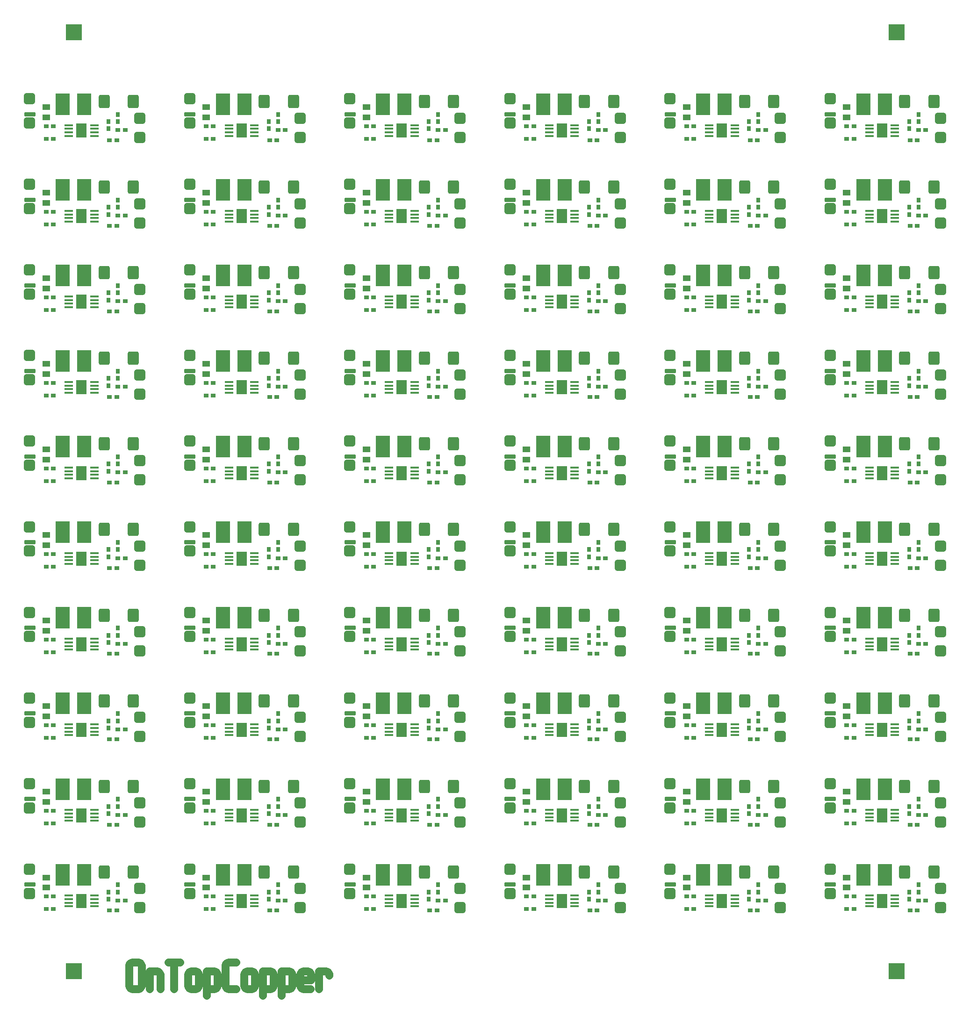
<source format=gbr>
G04 FreePCB MFC Application*
G04 Version: ÏëàòÔîðì 2.427*
G04 Author: niconson.com *
G04 WebSite: https://niconson.com/freepcb2 *
G04 Repositories: https://github.com/niconson *
G04 D:\Works\ÏëàòÔîðì íà ðóññêîì\Projects\Led\version-01\(wERRORS)CAM(Driver-01)(9-18-2025)\Driver-01.TML.gbr*

G04 Objects of panelization *
G04 âèä âåðõ layer *
G04 Scale: 100 percent, Rotated: No, Reflected: No *
%FSLAX26Y26*%
%MOIN*%
G04 âèä âåðõ *
G04 Rounded Rectangle Macro, params: W/2, H/2, R *
%AMRNDREC*
21,1,$1+$1,$2+$2-$3-$3,0,0,0*
21,1,$1+$1-$3-$3,$2+$2,0,0,0*
1,1,$3+$3,$1-$3,$2-$3*
1,1,$3+$3,$3-$1,$2-$3*
1,1,$3+$3,$1-$3,$3-$2*
1,1,$3+$3,$3-$1,$3-$2*%
G04 Rectangular Thermal Macro, params: W/4, H/4, TW/4, TC/4 *
%AMRECTHERM*
21,1,$1+$1-$3-$3-$4-$4,$2+$2-$3-$3-$4-$4-$4-$4,0-$1-$3-$4,0-$2-$3,0*
21,1,$1+$1-$3-$3-$4-$4-$4-$4,$2+$2-$3-$3-$4-$4,0-$1-$3,0-$2-$3-$4,0*
1,1,$4+$4+$4+$4,0-$1-$1+$4+$4,0-$2-$2+$4+$4*
1,1,$4+$4+$4+$4,0-$1-$1+$4+$4,0-$3-$3-$4-$4*
1,1,$4+$4+$4+$4,0-$3-$3-$4-$4,0-$2-$2+$4+$4*
21,1,$1+$1-$3-$3-$4-$4,$2+$2-$3-$3-$4-$4-$4-$4,0-$1-$3-$4,$2+$3,0*
21,1,$1+$1-$3-$3-$4-$4-$4-$4,$2+$2-$3-$3-$4-$4,0-$1-$3,$2+$3+$4,0*
1,1,$4+$4+$4+$4,0-$1-$1+$4+$4,$2+$2-$4-$4*
1,1,$4+$4+$4+$4,0-$1-$1+$4+$4,$3+$3+$4+$4*
1,1,$4+$4+$4+$4,0-$3-$3-$4-$4,$2+$2-$4-$4*
21,1,$1+$1-$3-$3-$4-$4,$2+$2-$3-$3-$4-$4-$4-$4,$1+$3+$4,0-$2-$3,0*
21,1,$1+$1-$3-$3-$4-$4-$4-$4,$2+$2-$3-$3-$4-$4,$1+$3,0-$2-$3-$4,0*
1,1,$4+$4+$4+$4,$1+$1-$4-$4,0-$2-$2+$4+$4*
1,1,$4+$4+$4+$4,$1+$1-$4-$4,0-$3-$3-$4-$4*
1,1,$4+$4+$4+$4,$3+$3+$4+$4,0-$2-$2+$4+$4*
21,1,$1+$1-$3-$3-$4-$4,$2+$2-$3-$3-$4-$4-$4-$4,$1+$3+$4,$2+$3,0*
21,1,$1+$1-$3-$3-$4-$4-$4-$4,$2+$2-$3-$3-$4-$4,$1+$3,$2+$3+$4,0*
1,1,$4+$4+$4+$4,$1+$1-$4-$4,$2+$2-$4-$4*
1,1,$4+$4+$4+$4,$1+$1-$4-$4,$3+$3+$4+$4*
1,1,$4+$4+$4+$4,$3+$3+$4+$4,$2+$2-$4-$4*%
%AMRECTHERM_45*
21,1,$1+$1+$1+$1,$2+$2+$2+$2-$4-$4-$4-$4-$4-$4-$4-$4-$4-$4-$3-$3,0,0,0*
21,1,$1+$1+$1+$1-$4-$4-$4-$4-$4-$4-$4-$4-$4-$4-$3-$3,$2+$2+$2+$2,0,0,0*
1,1,$4+$4+$4+$4,$1+$1-$4-$4,$2+$2-$4-$4-$4-$4-$4-$3*
1,1,$4+$4+$4+$4,$1+$1-$4-$4,0-$2-$2+$4+$4+$4+$4+$4+$3*
1,1,$4+$4+$4+$4,$1+$1-$4-$4-$4-$4-$4-$3,$2+$2-$4-$4*
1,1,$4+$4+$4+$4,0-$1-$1+$4+$4+$4+$4+$4+$3,$2+$2-$4-$4*
1,1,$4+$4+$4+$4,0-$1-$1+$4+$4,$2+$2-$4-$4-$4-$4-$4-$3*
1,1,$4+$4+$4+$4,0-$1-$1+$4+$4,0-$2-$2+$4+$4+$4+$4+$4+$3*
1,1,$4+$4+$4+$4,$1+$1-$4-$4-$4-$4-$4-$3,0-$2-$2+$4+$4*
1,1,$4+$4+$4+$4,0-$1-$1+$4+$4+$4+$4+$4+$3,0-$2-$2+$4+$4*%
%ADD10R,0.118110X0.118110*%
%ADD11C,0.056243*%
%ADD12C,0.010000*%
%ADD13R,0.035433X0.031496*%
%ADD14RNDREC,0.039370X0.039370X0.015748*%
%ADD15R,0.098425X0.157480*%
%ADD16R,0.062992X0.017717*%
%ADD17R,0.072835X0.098425*%
%ADD18C,0.019685*%
%ADD19R,0.031496X0.035433*%
%ADD20RNDREC,0.039000X0.047500X0.012000*%
%ADD21RNDREC,0.025591X0.019685X0.000000*%
%ADD22C,0.009000*%
G01*
G04 begin color: clBlack*
%LPD*%

G04 Objects of panelization *
D10*
X-590551Y-846456D03*
X5275590Y5846456D03*
X-590551Y5846456D03*
X5275590Y-846456D03*
D11*
X-196850Y-947300D02*
X-192550Y-960150D01*
X-192550Y-960150D02*
X-184000Y-968700D01*
X-184000Y-968700D02*
X-171150Y-973000D01*
X-171150Y-973000D02*
X-132650Y-973000D01*
X-132650Y-973000D02*
X-119800Y-968700D01*
X-119800Y-968700D02*
X-111250Y-960150D01*
X-111250Y-960150D02*
X-106950Y-947300D01*
X-106950Y-947300D02*
X-106950Y-806100D01*
X-106950Y-806100D02*
X-111250Y-793250D01*
X-111250Y-793250D02*
X-119800Y-784700D01*
X-119800Y-784700D02*
X-132650Y-780400D01*
X-132650Y-780400D02*
X-171150Y-780400D01*
X-171150Y-780400D02*
X-184000Y-784700D01*
X-184000Y-784700D02*
X-192550Y-793250D01*
X-192550Y-793250D02*
X-196850Y-806100D01*
X-196850Y-806100D02*
X-196850Y-947300D01*
X-50650Y-973000D02*
X-50650Y-844600D01*
X-50650Y-844600D02*
X650Y-844600D01*
X650Y-844600D02*
X13500Y-848900D01*
X13500Y-848900D02*
X22050Y-857450D01*
X22050Y-857450D02*
X26350Y-870250D01*
X26350Y-870250D02*
X26350Y-973000D01*
X125450Y-973000D02*
X125450Y-780400D01*
X82650Y-780400D02*
X168200Y-780400D01*
X224550Y-947300D02*
X228800Y-960150D01*
X228800Y-960150D02*
X237350Y-968700D01*
X237350Y-968700D02*
X250200Y-973000D01*
X250200Y-973000D02*
X275900Y-973000D01*
X275900Y-973000D02*
X288700Y-968700D01*
X288700Y-968700D02*
X297300Y-960150D01*
X297300Y-960150D02*
X301550Y-947300D01*
X301550Y-947300D02*
X301550Y-870250D01*
X301550Y-870250D02*
X297300Y-857450D01*
X297300Y-857450D02*
X288700Y-848900D01*
X288700Y-848900D02*
X275900Y-844600D01*
X275900Y-844600D02*
X250200Y-844600D01*
X250200Y-844600D02*
X237350Y-848900D01*
X237350Y-848900D02*
X228800Y-857450D01*
X228800Y-857450D02*
X224550Y-870250D01*
X224550Y-870250D02*
X224550Y-947300D01*
X357850Y-1020050D02*
X357850Y-844600D01*
X357850Y-844600D02*
X409200Y-844600D01*
X409200Y-844600D02*
X422050Y-848900D01*
X422050Y-848900D02*
X430600Y-857450D01*
X430600Y-857450D02*
X434900Y-870250D01*
X434900Y-870250D02*
X434900Y-947300D01*
X434900Y-947300D02*
X430600Y-960150D01*
X430600Y-960150D02*
X422050Y-968700D01*
X422050Y-968700D02*
X409200Y-973000D01*
X409200Y-973000D02*
X357850Y-973000D01*
X568250Y-973000D02*
X516850Y-973000D01*
X516850Y-973000D02*
X504050Y-968700D01*
X504050Y-968700D02*
X495500Y-960150D01*
X495500Y-960150D02*
X491200Y-947300D01*
X491200Y-947300D02*
X491200Y-806100D01*
X491200Y-806100D02*
X495500Y-793250D01*
X495500Y-793250D02*
X504050Y-784700D01*
X504050Y-784700D02*
X516850Y-780400D01*
X516850Y-780400D02*
X568250Y-780400D01*
X624550Y-947300D02*
X628800Y-960150D01*
X628800Y-960150D02*
X637350Y-968700D01*
X637350Y-968700D02*
X650200Y-973000D01*
X650200Y-973000D02*
X675900Y-973000D01*
X675900Y-973000D02*
X688700Y-968700D01*
X688700Y-968700D02*
X697300Y-960150D01*
X697300Y-960150D02*
X701550Y-947300D01*
X701550Y-947300D02*
X701550Y-870250D01*
X701550Y-870250D02*
X697300Y-857450D01*
X697300Y-857450D02*
X688700Y-848900D01*
X688700Y-848900D02*
X675900Y-844600D01*
X675900Y-844600D02*
X650200Y-844600D01*
X650200Y-844600D02*
X637350Y-848900D01*
X637350Y-848900D02*
X628800Y-857450D01*
X628800Y-857450D02*
X624550Y-870250D01*
X624550Y-870250D02*
X624550Y-947300D01*
X757850Y-1020050D02*
X757850Y-844600D01*
X757850Y-844600D02*
X809200Y-844600D01*
X809200Y-844600D02*
X822050Y-848900D01*
X822050Y-848900D02*
X830600Y-857450D01*
X830600Y-857450D02*
X834900Y-870250D01*
X834900Y-870250D02*
X834900Y-947300D01*
X834900Y-947300D02*
X830600Y-960150D01*
X830600Y-960150D02*
X822050Y-968700D01*
X822050Y-968700D02*
X809200Y-973000D01*
X809200Y-973000D02*
X757850Y-973000D01*
X891200Y-1020050D02*
X891200Y-844600D01*
X891200Y-844600D02*
X942550Y-844600D01*
X942550Y-844600D02*
X955400Y-848900D01*
X955400Y-848900D02*
X963950Y-857450D01*
X963950Y-857450D02*
X968250Y-870250D01*
X968250Y-870250D02*
X968250Y-947300D01*
X968250Y-947300D02*
X963950Y-960150D01*
X963950Y-960150D02*
X955400Y-968700D01*
X955400Y-968700D02*
X942550Y-973000D01*
X942550Y-973000D02*
X891200Y-973000D01*
X1024550Y-908800D02*
X1101550Y-908800D01*
X1101550Y-908800D02*
X1101550Y-870250D01*
X1101550Y-870250D02*
X1097300Y-857450D01*
X1097300Y-857450D02*
X1088750Y-848900D01*
X1088750Y-848900D02*
X1075900Y-844600D01*
X1075900Y-844600D02*
X1050200Y-844600D01*
X1050200Y-844600D02*
X1037400Y-848900D01*
X1037400Y-848900D02*
X1028800Y-857450D01*
X1028800Y-857450D02*
X1024550Y-870250D01*
X1024550Y-870250D02*
X1024550Y-947300D01*
X1024550Y-947300D02*
X1028800Y-960150D01*
X1028800Y-960150D02*
X1037400Y-968700D01*
X1037400Y-968700D02*
X1050200Y-973000D01*
X1050200Y-973000D02*
X1097300Y-973000D01*
X1157850Y-973000D02*
X1157850Y-844600D01*
X1157850Y-844600D02*
X1204950Y-844600D01*
X1204950Y-844600D02*
X1217800Y-848900D01*
X1217800Y-848900D02*
X1226350Y-857450D01*
X1226350Y-857450D02*
X1230600Y-866000D01*
X1230600Y-866000D02*
X1230600Y-874550D01*
D12*

G04 Step and Repeat for panelization *
%SRX6Y10I1.141732J0.610236*%

G04 ----------------------- Draw board outline (positive)*

G04 -------------- Draw Parts, Pads, Traces, Vias and Text (positive)*
D13*
X-275590Y-341351D03*
X-224409Y-341351D03*
D14*
X-905511Y-290958D03*
X-118110Y-393700D03*
X-118110Y-255905D03*
D15*
X-515748Y-157480D03*
X-669291Y-157480D03*
D16*
X-625348Y-306705D03*
X-625348Y-332296D03*
X-625348Y-357887D03*
X-625348Y-383477D03*
X-444246Y-383477D03*
X-444246Y-357887D03*
X-444246Y-332296D03*
X-444246Y-306705D03*
D17*
X-534797Y-345091D03*
D18*
X-515112Y-376587D03*
X-554482Y-376587D03*
D19*
X-342125Y-281115D03*
X-342125Y-332296D03*
D14*
X-905511Y-118110D03*
D20*
X-374015Y-137795D03*
X-166015Y-137795D03*
D13*
X-334645Y-413385D03*
X-283464Y-413385D03*
X-787401Y-403162D03*
X-736220Y-403162D03*
X-787401Y-312611D03*
X-736220Y-312611D03*
D21*
X-787401Y-249606D03*
X-787401Y-177165D03*
D19*
X-275590Y-281115D03*
X-275590Y-229934D03*

G04 Draw traces*

G04 Draw Text*
D22*

G04 Draw polyline*
X-940900Y-232050D02*
X-870050Y-232050D01*
X-940900Y-224050D02*
X-870050Y-224050D01*
D12*
X-940944Y-216535D02*
X-940944Y-236220D01*
X-870078Y-236220D01*
X-870078Y-216535D01*
X-940944Y-216535D01*

G04 EOF Step and Repeat for panelization *
%SR*%
M02*

</source>
